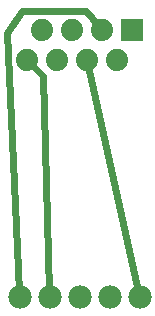
<source format=gbl>
G04 MADE WITH FRITZING*
G04 WWW.FRITZING.ORG*
G04 DOUBLE SIDED*
G04 HOLES PLATED*
G04 CONTOUR ON CENTER OF CONTOUR VECTOR*
%ASAXBY*%
%FSLAX23Y23*%
%MOIN*%
%OFA0B0*%
%SFA1.0B1.0*%
%ADD10C,0.074000*%
%ADD11C,0.078000*%
%ADD12C,0.024000*%
%ADD13R,0.001000X0.001000*%
%LNCOPPER0*%
G90*
G70*
G54D10*
X221Y853D03*
X271Y953D03*
X321Y853D03*
X421Y853D03*
X521Y853D03*
X371Y953D03*
X471Y953D03*
X571Y953D03*
G54D11*
X197Y63D03*
X297Y63D03*
X397Y63D03*
X497Y63D03*
X597Y63D03*
G54D12*
X235Y839D02*
X276Y799D01*
X276Y799D02*
X296Y82D01*
D02*
X425Y833D02*
X593Y82D01*
D02*
X458Y968D02*
X420Y1015D01*
X420Y1015D02*
X204Y1015D01*
X204Y1015D02*
X156Y943D01*
X156Y943D02*
X196Y82D01*
G54D13*
X534Y989D02*
X607Y989D01*
X534Y988D02*
X607Y988D01*
X534Y987D02*
X607Y987D01*
X534Y986D02*
X607Y986D01*
X534Y985D02*
X607Y985D01*
X534Y984D02*
X607Y984D01*
X534Y983D02*
X607Y983D01*
X534Y982D02*
X607Y982D01*
X534Y981D02*
X607Y981D01*
X534Y980D02*
X607Y980D01*
X534Y979D02*
X607Y979D01*
X534Y978D02*
X607Y978D01*
X534Y977D02*
X607Y977D01*
X534Y976D02*
X607Y976D01*
X534Y975D02*
X607Y975D01*
X534Y974D02*
X607Y974D01*
X534Y973D02*
X607Y973D01*
X534Y972D02*
X567Y972D01*
X575Y972D02*
X607Y972D01*
X534Y971D02*
X563Y971D01*
X578Y971D02*
X607Y971D01*
X534Y970D02*
X561Y970D01*
X580Y970D02*
X607Y970D01*
X534Y969D02*
X559Y969D01*
X582Y969D02*
X607Y969D01*
X534Y968D02*
X558Y968D01*
X583Y968D02*
X607Y968D01*
X534Y967D02*
X557Y967D01*
X585Y967D02*
X607Y967D01*
X534Y966D02*
X556Y966D01*
X586Y966D02*
X607Y966D01*
X534Y965D02*
X555Y965D01*
X586Y965D02*
X607Y965D01*
X534Y964D02*
X554Y964D01*
X587Y964D02*
X607Y964D01*
X534Y963D02*
X554Y963D01*
X588Y963D02*
X607Y963D01*
X534Y962D02*
X553Y962D01*
X588Y962D02*
X607Y962D01*
X534Y961D02*
X552Y961D01*
X589Y961D02*
X607Y961D01*
X534Y960D02*
X552Y960D01*
X589Y960D02*
X607Y960D01*
X534Y959D02*
X552Y959D01*
X590Y959D02*
X607Y959D01*
X534Y958D02*
X551Y958D01*
X590Y958D02*
X607Y958D01*
X534Y957D02*
X551Y957D01*
X590Y957D02*
X607Y957D01*
X534Y956D02*
X551Y956D01*
X591Y956D02*
X607Y956D01*
X534Y955D02*
X551Y955D01*
X591Y955D02*
X607Y955D01*
X534Y954D02*
X551Y954D01*
X591Y954D02*
X607Y954D01*
X534Y953D02*
X551Y953D01*
X591Y953D02*
X607Y953D01*
X534Y952D02*
X551Y952D01*
X591Y952D02*
X607Y952D01*
X534Y951D02*
X551Y951D01*
X591Y951D02*
X607Y951D01*
X534Y950D02*
X551Y950D01*
X591Y950D02*
X607Y950D01*
X534Y949D02*
X551Y949D01*
X591Y949D02*
X607Y949D01*
X534Y948D02*
X551Y948D01*
X590Y948D02*
X607Y948D01*
X534Y947D02*
X551Y947D01*
X590Y947D02*
X607Y947D01*
X534Y946D02*
X552Y946D01*
X590Y946D02*
X607Y946D01*
X534Y945D02*
X552Y945D01*
X589Y945D02*
X607Y945D01*
X534Y944D02*
X553Y944D01*
X589Y944D02*
X607Y944D01*
X534Y943D02*
X553Y943D01*
X588Y943D02*
X607Y943D01*
X534Y942D02*
X554Y942D01*
X588Y942D02*
X607Y942D01*
X534Y941D02*
X554Y941D01*
X587Y941D02*
X607Y941D01*
X534Y940D02*
X555Y940D01*
X586Y940D02*
X607Y940D01*
X534Y939D02*
X556Y939D01*
X585Y939D02*
X607Y939D01*
X534Y938D02*
X557Y938D01*
X584Y938D02*
X607Y938D01*
X534Y937D02*
X558Y937D01*
X583Y937D02*
X607Y937D01*
X534Y936D02*
X560Y936D01*
X581Y936D02*
X607Y936D01*
X534Y935D02*
X562Y935D01*
X580Y935D02*
X607Y935D01*
X534Y934D02*
X564Y934D01*
X577Y934D02*
X607Y934D01*
X534Y933D02*
X607Y933D01*
X534Y932D02*
X607Y932D01*
X534Y931D02*
X607Y931D01*
X534Y930D02*
X607Y930D01*
X534Y929D02*
X607Y929D01*
X534Y928D02*
X607Y928D01*
X534Y927D02*
X607Y927D01*
X534Y926D02*
X607Y926D01*
X534Y925D02*
X607Y925D01*
X534Y924D02*
X607Y924D01*
X534Y923D02*
X607Y923D01*
X534Y922D02*
X607Y922D01*
X534Y921D02*
X607Y921D01*
X534Y920D02*
X607Y920D01*
X534Y919D02*
X607Y919D01*
X534Y918D02*
X607Y918D01*
X534Y917D02*
X607Y917D01*
X534Y916D02*
X607Y916D01*
D02*
G04 End of Copper0*
M02*
</source>
